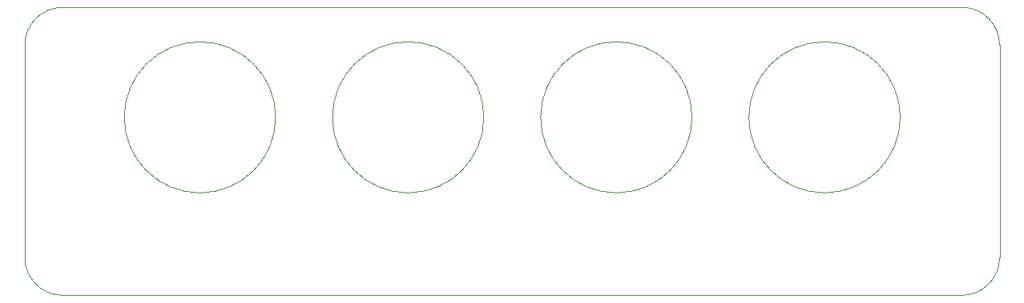
<source format=gbr>
%TF.GenerationSoftware,KiCad,Pcbnew,7.0.1*%
%TF.CreationDate,2023-12-18T14:15:22-05:00*%
%TF.ProjectId,channel_splitter,6368616e-6e65-46c5-9f73-706c69747465,rev?*%
%TF.SameCoordinates,Original*%
%TF.FileFunction,Profile,NP*%
%FSLAX46Y46*%
G04 Gerber Fmt 4.6, Leading zero omitted, Abs format (unit mm)*
G04 Created by KiCad (PCBNEW 7.0.1) date 2023-12-18 14:15:22*
%MOMM*%
%LPD*%
G01*
G04 APERTURE LIST*
%TA.AperFunction,Profile*%
%ADD10C,0.100000*%
%TD*%
G04 APERTURE END LIST*
D10*
X208500000Y-131150000D02*
G75*
G03*
X208500000Y-131150000I-8000000J0D01*
G01*
X263000000Y-123500000D02*
G75*
G03*
X259000000Y-119500000I-4000000J0D01*
G01*
X186500000Y-131150000D02*
G75*
G03*
X186500000Y-131150000I-8000000J0D01*
G01*
X259000000Y-150000000D02*
G75*
G03*
X263000000Y-146000000I0J4000000D01*
G01*
X164000000Y-119500000D02*
G75*
G03*
X160000000Y-123500000I0J-4000000D01*
G01*
X263000000Y-146000000D02*
X263000000Y-123500000D01*
X164000000Y-150000000D02*
X259000000Y-150000000D01*
X160000000Y-123500000D02*
X160000000Y-146000000D01*
X160000000Y-146000000D02*
G75*
G03*
X164000000Y-150000000I4000000J0D01*
G01*
X259000000Y-119500000D02*
X164000000Y-119500000D01*
X252500000Y-131150000D02*
G75*
G03*
X252500000Y-131150000I-8000000J0D01*
G01*
X230500000Y-131150000D02*
G75*
G03*
X230500000Y-131150000I-8000000J0D01*
G01*
M02*

</source>
